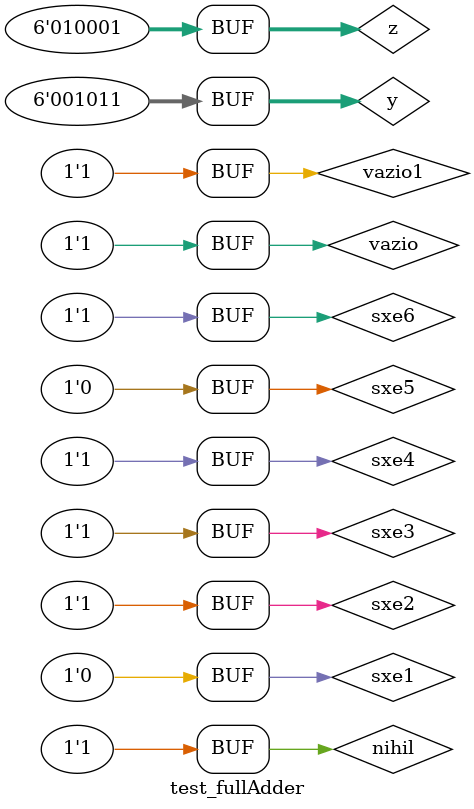
<source format=v>
		module halfAdder (output s0, 
								output s1,
		                  input w,  
		                  input x); 
		
		xor (s0, w, x);
		and (s1, w, x);
		 
		endmodule // halfAdder 

		module fullAdder (output s0, 
								output s1,
		                  input w,  
		                  input x,  
		                  input ci);
			wire sxor,sand1,sand2;				
						 
			halfAdder ha1(sxor,sand1,w,x);
			halfAdder ha2(s0,sand2,ci,sxor);
			or (s1, sand1, sand2);

		endmodule // fullAdder
				
		module testZero (output magi,
							  input [5:0] casper,
							  input belthasar,
							  input melchior);
							  
			wire m1,m2,m3,m4,nimagi;
			or (m1, casper[0], casper[1]);
			or (m2, casper[2], casper[3]);
			or (m3, m1, m2);
			or (m4, m3, casper[4]);
			or (nimagi, m4, belthasar);
			xor(magi, nimagi, melchior);
			
		endmodule
		
		module compareEqual (output Eq,
							  		input [5:0] mirian,
							  		input [5:0] martin);
							  
			wire x1,x2,x3,x4,x5,x6,xx1,xx2,xx3,xx12, Eq;
			xor (x1, martin[0], mirian[0]);
			xor (x2, martin[1], mirian[1]);
			or (xx1, x1, x2);
			xor (x3, martin[2], mirian[2]);
			xor (x4, martin[3], mirian[3]);
			or (xx2, x3, x4);
			xor (x5, martin[4], mirian[4]);
			xor (x6, martin[5], mirian[5]);
			or (xx3, x5, x6);
			or (xx12, xx1, xx2);
			or (Eq, xx3, xx12);
			
			
		endmodule
		
		module compareHigher (output Eq,
							  		input [5:0] mirian,
							  		input [5:0] martin);
							  
			wire x1,x2,x3,x4,x5,x6,xx1,xx2,xx3,xx12, Eq;
			and (x1, martin[0], ~mirian[0]);
			and (x2, martin[1], ~mirian[1]);
			or (xx1, x1, x2);
			
			and (x3, martin[2], ~mirian[2]);
			and (x4, martin[3], ~mirian[3]);
			or (xx2, x3, x4);
			
			and (x5, martin[4], ~mirian[4]);
			and (x6, martin[5], ~mirian[5]);
			or (xx3, x5, x6);
			
			or (xx12, xx1, xx2);
			or (Eq, xx3, xx12);
			
			
		endmodule
		
			
		
	module test_fullAdder; 
// ------------------------- definir dados 
		reg [5:0] y; 
		reg [5:0] z; 
		reg vazio;
		reg vazio1;
		reg nihil;
		wire carry1; 
		wire carry2; 
		wire carry3; 
		wire carry4; 
		wire carry5; 
		wire sxe1; 
		wire sxe2; 
		wire sxe3; 
		wire sxe4; 
		wire sxe5; 
		wire sxe6; 
		wire [5:0] s0f;
		wire s1r;
		wire s1f;
		wire zero;
		wire res;
		wire res1;
		wire res2;
		
		xor (sxe1, vazio, z[0]);
		xor (sxe2, vazio, z[1]);
		xor (sxe3, vazio, z[2]);
		xor (sxe4, vazio, z[3]);
		xor (sxe5, vazio, z[4]);
		xor (sxe6, vazio, z[5]);
		
		fullAdder fa1 (s0f[0], carry1, y[0], sxe1, vazio);
		fullAdder fa2 (s0f[1], carry2, y[1], sxe2, carry1);
		fullAdder fa3 (s0f[2], carry3, y[2], sxe3, carry2);
		fullAdder fa4 (s0f[3], carry4, y[3], sxe4, carry3);
		fullAdder fa5 (s0f[4], carry5, y[4], sxe5, carry4);
		fullAdder fa6 (s0f[5], s1r, y[5], sxe6, carry5);
		
		xor (s1f, s1r, vazio);
		

		
		testZero tz (zero, s0f, s1f, nihil);
		compareEqual kz (res, z, y);
		compareHigher pz (res1, z, y);
		
// ------------------------- parte principal 
	initial begin 
		$display("Exemplo0032 - Pedro Henrique Vilar Locatelli - 427453"); 
		$display("Test ALU's full adder"); 
		
		// projetar testes do somador complete
		#1 nihil = 1'b1;
		#1 vazio1 = 1'b1;
		
		#1 y = 5'b00001; z = 5'b00001; vazio = 1'b0;
		
		//$monitor("%b op %b com chave %b (0+, 1-) = %b%b que e' %b (1-tudo zero, 0-nao zero)", y, z, vazio, s1f, s0f, zero ); 
		$monitor("%b op %b = %b (0-igual, 1-diferente) e = %b (1- z > y, 0- z nao > y)", y, z, res, res1 ); 
		
		#2 y = 5'b00101; z = 5'b00101; vazio = 1'b0;
		#2 y = 5'b00101; z = 5'b00101; vazio = 1'b1;
		#2 y = 5'b00001; z = 5'b00001; vazio = 1'b1;
		#2 y = 5'b00101; z = 5'b00001; vazio = 1'b1;
		#2 y = 5'b00101; z = 5'b00001; vazio = 1'b0;
		#2 y = 5'b01011; z = 5'b00001; vazio = 1'b1;
		#2 y = 5'b01011; z = 5'b10001; vazio = 1'b1;
		
	end 
endmodule // test_fullAdder 
</source>
